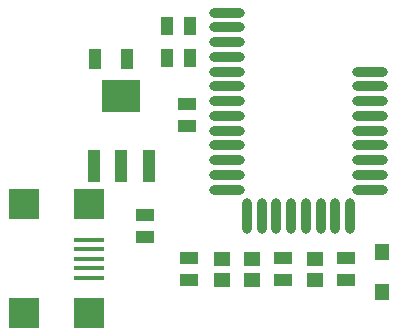
<source format=gtp>
G04*
G04 #@! TF.GenerationSoftware,Altium Limited,Altium Designer,21.0.9 (235)*
G04*
G04 Layer_Color=8421504*
%FSLAX25Y25*%
%MOIN*%
G70*
G04*
G04 #@! TF.SameCoordinates,28F69A72-3BD6-4D5A-B4D2-E5632D31EE07*
G04*
G04*
G04 #@! TF.FilePolarity,Positive*
G04*
G01*
G75*
%ADD14O,0.11811X0.03347*%
%ADD15O,0.03347X0.11811*%
%ADD16R,0.03937X0.10630*%
%ADD17R,0.12992X0.10630*%
%ADD18R,0.04331X0.06693*%
%ADD19R,0.09843X0.01772*%
%ADD20R,0.09843X0.09843*%
%ADD21R,0.05512X0.04724*%
%ADD22R,0.05906X0.04331*%
%ADD23R,0.04331X0.05906*%
%ADD24R,0.04724X0.05315*%
D14*
X212221Y188902D02*
D03*
Y183980D02*
D03*
Y179059D02*
D03*
Y174138D02*
D03*
Y169217D02*
D03*
Y164295D02*
D03*
Y159374D02*
D03*
Y154453D02*
D03*
Y149531D02*
D03*
X164779D02*
D03*
Y154453D02*
D03*
Y159374D02*
D03*
Y164295D02*
D03*
Y169217D02*
D03*
Y174138D02*
D03*
Y179059D02*
D03*
Y183980D02*
D03*
Y188902D02*
D03*
Y193823D02*
D03*
Y198744D02*
D03*
Y203665D02*
D03*
Y208587D02*
D03*
D15*
X205724Y140870D02*
D03*
X200803D02*
D03*
X195882D02*
D03*
X190961D02*
D03*
X186039D02*
D03*
X181118D02*
D03*
X176197D02*
D03*
X171276D02*
D03*
D16*
X120445Y157386D02*
D03*
X129500D02*
D03*
X138555D02*
D03*
D17*
X129500Y180614D02*
D03*
D18*
X131315Y193000D02*
D03*
X120685D02*
D03*
D19*
X118689Y132799D02*
D03*
Y129650D02*
D03*
Y126500D02*
D03*
Y123350D02*
D03*
Y120201D02*
D03*
D20*
Y144650D02*
D03*
Y108350D02*
D03*
X97114Y144650D02*
D03*
Y108350D02*
D03*
D21*
X163000Y126543D02*
D03*
Y119457D02*
D03*
X194000D02*
D03*
Y126543D02*
D03*
X173000D02*
D03*
Y119457D02*
D03*
D22*
X151500Y178240D02*
D03*
Y170760D02*
D03*
X137500Y133606D02*
D03*
Y141087D02*
D03*
X204500Y119260D02*
D03*
Y126740D02*
D03*
X151947Y119260D02*
D03*
Y126740D02*
D03*
X183500Y119260D02*
D03*
Y126740D02*
D03*
D23*
X144760Y193500D02*
D03*
X152240D02*
D03*
X144760Y204000D02*
D03*
X152240D02*
D03*
D24*
X216500Y128595D02*
D03*
Y115405D02*
D03*
M02*

</source>
